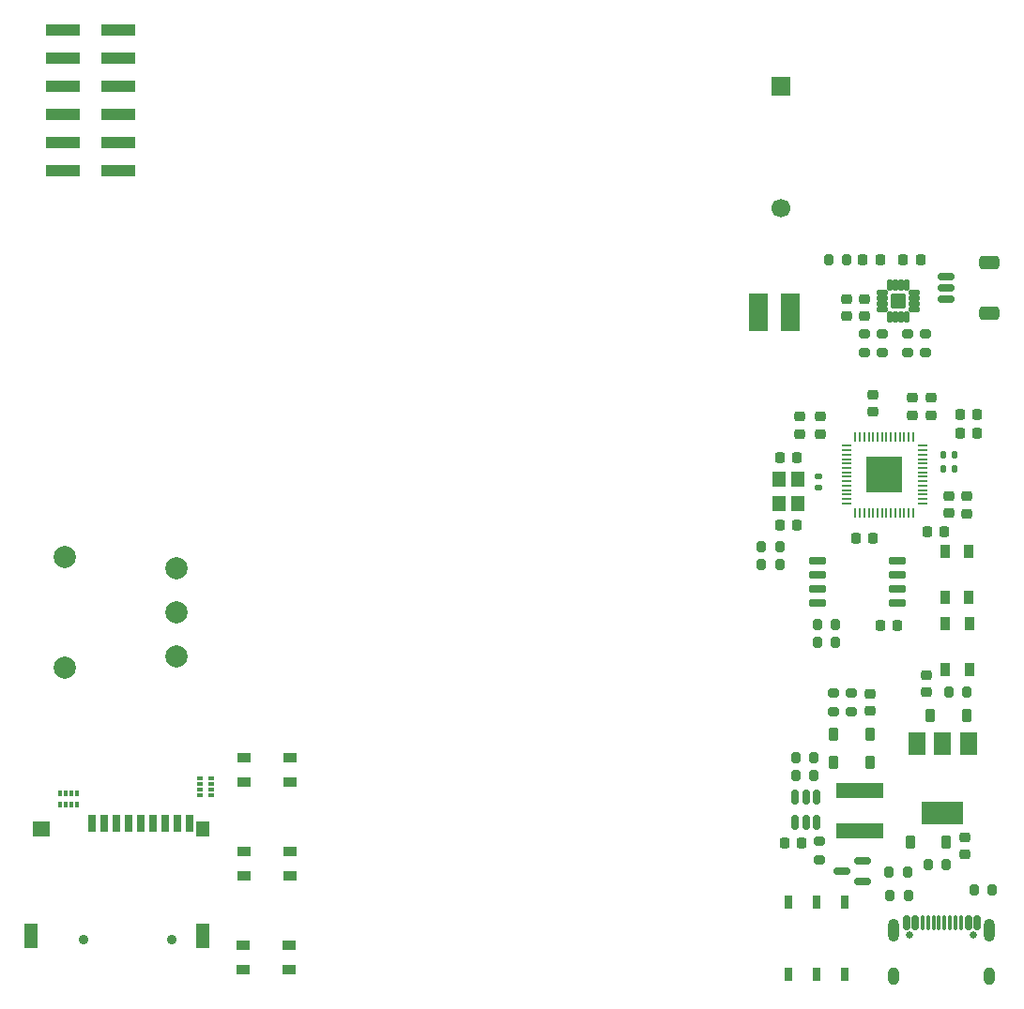
<source format=gbs>
%TF.GenerationSoftware,KiCad,Pcbnew,7.0.7*%
%TF.CreationDate,2023-11-03T00:36:19+00:00*%
%TF.ProjectId,mod-badge-mbr,6d6f642d-6261-4646-9765-2d6d62722e6b,rev?*%
%TF.SameCoordinates,Original*%
%TF.FileFunction,Soldermask,Bot*%
%TF.FilePolarity,Negative*%
%FSLAX46Y46*%
G04 Gerber Fmt 4.6, Leading zero omitted, Abs format (unit mm)*
G04 Created by KiCad (PCBNEW 7.0.7) date 2023-11-03 00:36:19*
%MOMM*%
%LPD*%
G01*
G04 APERTURE LIST*
G04 Aperture macros list*
%AMRoundRect*
0 Rectangle with rounded corners*
0 $1 Rounding radius*
0 $2 $3 $4 $5 $6 $7 $8 $9 X,Y pos of 4 corners*
0 Add a 4 corners polygon primitive as box body*
4,1,4,$2,$3,$4,$5,$6,$7,$8,$9,$2,$3,0*
0 Add four circle primitives for the rounded corners*
1,1,$1+$1,$2,$3*
1,1,$1+$1,$4,$5*
1,1,$1+$1,$6,$7*
1,1,$1+$1,$8,$9*
0 Add four rect primitives between the rounded corners*
20,1,$1+$1,$2,$3,$4,$5,0*
20,1,$1+$1,$4,$5,$6,$7,0*
20,1,$1+$1,$6,$7,$8,$9,0*
20,1,$1+$1,$8,$9,$2,$3,0*%
G04 Aperture macros list end*
%ADD10RoundRect,0.200000X-0.275000X0.200000X-0.275000X-0.200000X0.275000X-0.200000X0.275000X0.200000X0*%
%ADD11RoundRect,0.225000X0.225000X0.250000X-0.225000X0.250000X-0.225000X-0.250000X0.225000X-0.250000X0*%
%ADD12RoundRect,0.200000X0.275000X-0.200000X0.275000X0.200000X-0.275000X0.200000X-0.275000X-0.200000X0*%
%ADD13RoundRect,0.200000X0.200000X0.275000X-0.200000X0.275000X-0.200000X-0.275000X0.200000X-0.275000X0*%
%ADD14RoundRect,0.225000X0.225000X0.375000X-0.225000X0.375000X-0.225000X-0.375000X0.225000X-0.375000X0*%
%ADD15RoundRect,0.225000X-0.250000X0.225000X-0.250000X-0.225000X0.250000X-0.225000X0.250000X0.225000X0*%
%ADD16RoundRect,0.225000X0.250000X-0.225000X0.250000X0.225000X-0.250000X0.225000X-0.250000X-0.225000X0*%
%ADD17C,0.900000*%
%ADD18R,0.700000X1.600000*%
%ADD19R,1.200000X2.200000*%
%ADD20R,1.600000X1.400000*%
%ADD21R,1.200000X1.400000*%
%ADD22RoundRect,0.200000X-0.200000X-0.275000X0.200000X-0.275000X0.200000X0.275000X-0.200000X0.275000X0*%
%ADD23RoundRect,0.225000X-0.225000X-0.250000X0.225000X-0.250000X0.225000X0.250000X-0.225000X0.250000X0*%
%ADD24R,1.700000X1.700000*%
%ADD25C,1.700000*%
%ADD26C,2.000000*%
%ADD27RoundRect,0.225000X-0.225000X-0.375000X0.225000X-0.375000X0.225000X0.375000X-0.225000X0.375000X0*%
%ADD28RoundRect,0.150000X0.587500X0.150000X-0.587500X0.150000X-0.587500X-0.150000X0.587500X-0.150000X0*%
%ADD29RoundRect,0.150000X-0.625000X0.150000X-0.625000X-0.150000X0.625000X-0.150000X0.625000X0.150000X0*%
%ADD30RoundRect,0.250000X-0.650000X0.350000X-0.650000X-0.350000X0.650000X-0.350000X0.650000X0.350000X0*%
%ADD31R,0.400000X0.500000*%
%ADD32R,0.300000X0.500000*%
%ADD33RoundRect,0.102000X-0.525000X-0.325000X0.525000X-0.325000X0.525000X0.325000X-0.525000X0.325000X0*%
%ADD34RoundRect,0.135000X0.135000X0.185000X-0.135000X0.185000X-0.135000X-0.185000X0.135000X-0.185000X0*%
%ADD35R,0.500000X0.400000*%
%ADD36R,0.500000X0.300000*%
%ADD37RoundRect,0.135000X-0.185000X0.135000X-0.185000X-0.135000X0.185000X-0.135000X0.185000X0.135000X0*%
%ADD38R,0.700000X1.200000*%
%ADD39RoundRect,0.102000X0.325000X-0.525000X0.325000X0.525000X-0.325000X0.525000X-0.325000X-0.525000X0*%
%ADD40RoundRect,0.050000X0.050000X-0.387500X0.050000X0.387500X-0.050000X0.387500X-0.050000X-0.387500X0*%
%ADD41RoundRect,0.050000X0.387500X-0.050000X0.387500X0.050000X-0.387500X0.050000X-0.387500X-0.050000X0*%
%ADD42R,3.200000X3.200000*%
%ADD43R,1.800000X3.400000*%
%ADD44R,1.500000X2.000000*%
%ADD45R,3.800000X2.000000*%
%ADD46R,3.150000X1.000000*%
%ADD47RoundRect,0.110100X0.126900X-0.411900X0.126900X0.411900X-0.126900X0.411900X-0.126900X-0.411900X0*%
%ADD48RoundRect,0.110100X-0.411900X-0.126900X0.411900X-0.126900X0.411900X0.126900X-0.411900X0.126900X0*%
%ADD49RoundRect,0.102000X0.550000X-0.550000X0.550000X0.550000X-0.550000X0.550000X-0.550000X-0.550000X0*%
%ADD50C,0.650000*%
%ADD51RoundRect,0.150000X0.150000X0.500000X-0.150000X0.500000X-0.150000X-0.500000X0.150000X-0.500000X0*%
%ADD52RoundRect,0.075000X0.075000X0.575000X-0.075000X0.575000X-0.075000X-0.575000X0.075000X-0.575000X0*%
%ADD53O,1.000000X2.100000*%
%ADD54O,1.000000X1.600000*%
%ADD55RoundRect,0.150000X-0.650000X-0.150000X0.650000X-0.150000X0.650000X0.150000X-0.650000X0.150000X0*%
%ADD56R,4.200000X1.400000*%
%ADD57RoundRect,0.150000X-0.150000X0.512500X-0.150000X-0.512500X0.150000X-0.512500X0.150000X0.512500X0*%
G04 APERTURE END LIST*
D10*
%TO.C,R18*%
X76368000Y-65207400D03*
X76368000Y-66857400D03*
%TD*%
D11*
%TO.C,C14*%
X80496000Y-59110200D03*
X78946000Y-59110200D03*
%TD*%
D12*
%TO.C,R24*%
X74782200Y-66873800D03*
X74782200Y-65223800D03*
%TD*%
D13*
%TO.C,R20*%
X84953038Y-80658800D03*
X83303038Y-80658800D03*
%TD*%
D14*
%TO.C,D15*%
X86772400Y-67215000D03*
X83472400Y-67215000D03*
%TD*%
D15*
%TO.C,C17*%
X83104400Y-63591400D03*
X83104400Y-65141400D03*
%TD*%
D12*
%TO.C,R21*%
X77537000Y-34438000D03*
X77537000Y-32788000D03*
%TD*%
D16*
%TO.C,C6*%
X81882600Y-40098400D03*
X81882600Y-38548400D03*
%TD*%
D13*
%TO.C,R13*%
X69924600Y-53632800D03*
X68274600Y-53632800D03*
%TD*%
D17*
%TO.C,J2*%
X7068400Y-87498890D03*
X15068400Y-87498890D03*
D18*
X7868400Y-76998890D03*
X8968400Y-76998890D03*
X10068400Y-76998890D03*
X11168400Y-76998890D03*
X12268400Y-76998890D03*
X13368400Y-76998890D03*
X14468400Y-76998890D03*
X15568400Y-76998890D03*
X16668400Y-76998890D03*
D19*
X2368400Y-87098890D03*
D20*
X3268400Y-77498890D03*
D19*
X17868400Y-87098890D03*
D21*
X17868400Y-77498890D03*
%TD*%
D15*
%TO.C,C8*%
X86735600Y-47443800D03*
X86735600Y-48993800D03*
%TD*%
D13*
%TO.C,R14*%
X69924600Y-52002600D03*
X68274600Y-52002600D03*
%TD*%
D11*
%TO.C,C15*%
X71490600Y-50058000D03*
X69940600Y-50058000D03*
%TD*%
D22*
%TO.C,R1*%
X71343400Y-72676400D03*
X72993400Y-72676400D03*
%TD*%
D11*
%TO.C,C9*%
X78337000Y-51223800D03*
X76787000Y-51223800D03*
%TD*%
D22*
%TO.C,R33*%
X85131800Y-65114000D03*
X86781800Y-65114000D03*
%TD*%
D16*
%TO.C,C7*%
X83561600Y-40098400D03*
X83561600Y-38548400D03*
%TD*%
D23*
%TO.C,C13*%
X86178800Y-40048800D03*
X87728800Y-40048800D03*
%TD*%
D12*
%TO.C,R22*%
X83053400Y-34463400D03*
X83053400Y-32813400D03*
%TD*%
D24*
%TO.C,BT1*%
X69993000Y-10443200D03*
D25*
X69993000Y-21443200D03*
%TD*%
D23*
%TO.C,C5*%
X86165000Y-41722600D03*
X87715000Y-41722600D03*
%TD*%
D13*
%TO.C,R2*%
X72993400Y-71080800D03*
X71343400Y-71080800D03*
%TD*%
D26*
%TO.C,RV1*%
X5452000Y-52910200D03*
X5452000Y-62910200D03*
X15452000Y-53910200D03*
X15452000Y-57910200D03*
X15452000Y-61910200D03*
%TD*%
D12*
%TO.C,R3*%
X73498400Y-80269200D03*
X73498400Y-78619200D03*
%TD*%
D27*
%TO.C,D2*%
X81655000Y-78682600D03*
X84955000Y-78682600D03*
%TD*%
D28*
%TO.C,Q2*%
X77359900Y-80337000D03*
X77359900Y-82237000D03*
X75484900Y-81287000D03*
%TD*%
D14*
%TO.C,D1*%
X78091400Y-71496400D03*
X74791400Y-71496400D03*
%TD*%
D29*
%TO.C,J3*%
X84950800Y-27617800D03*
X84950800Y-28617800D03*
X84950800Y-29617800D03*
D30*
X88825800Y-30917800D03*
X88825800Y-26317800D03*
%TD*%
D31*
%TO.C,RN1*%
X4970000Y-74268600D03*
D32*
X5470000Y-74268600D03*
X5970000Y-74268600D03*
D31*
X6470000Y-74268600D03*
X6470000Y-75268600D03*
D32*
X5970000Y-75268600D03*
X5470000Y-75268600D03*
D31*
X4970000Y-75268600D03*
%TD*%
D22*
%TO.C,R7*%
X87424800Y-82963400D03*
X89074800Y-82963400D03*
%TD*%
D33*
%TO.C,SW4*%
X21490200Y-90137503D03*
X25640200Y-90137503D03*
X21490200Y-87987503D03*
X25640200Y-87987503D03*
%TD*%
D12*
%TO.C,R19*%
X79128000Y-34438000D03*
X79128000Y-32788000D03*
%TD*%
D34*
%TO.C,R11*%
X85671600Y-44932600D03*
X84651600Y-44932600D03*
%TD*%
%TO.C,R12*%
X85671600Y-43698200D03*
X84651600Y-43698200D03*
%TD*%
D35*
%TO.C,RN2*%
X18625000Y-72925000D03*
D36*
X18625000Y-73425000D03*
X18625000Y-73925000D03*
D35*
X18625000Y-74425000D03*
X17625000Y-74425000D03*
D36*
X17625000Y-73925000D03*
X17625000Y-73425000D03*
D35*
X17625000Y-72925000D03*
%TD*%
D15*
%TO.C,C3*%
X85155600Y-47430000D03*
X85155600Y-48980000D03*
%TD*%
D37*
%TO.C,R10*%
X73410600Y-45652000D03*
X73410600Y-46672000D03*
%TD*%
D22*
%TO.C,R5*%
X79776200Y-81407000D03*
X81426200Y-81407000D03*
%TD*%
D13*
%TO.C,R6*%
X81513800Y-83485200D03*
X79863800Y-83485200D03*
%TD*%
D12*
%TO.C,R23*%
X81483200Y-34463400D03*
X81483200Y-32813400D03*
%TD*%
D13*
%TO.C,R53*%
X75939200Y-26074200D03*
X74289200Y-26074200D03*
%TD*%
D16*
%TO.C,C18*%
X77559400Y-31180800D03*
X77559400Y-29630800D03*
%TD*%
D38*
%TO.C,SW7*%
X70728600Y-90615600D03*
X73228600Y-90615600D03*
X75728600Y-90615600D03*
X70728600Y-84115600D03*
X73228600Y-84115600D03*
X75728600Y-84115600D03*
%TD*%
D33*
%TO.C,SW5*%
X21590200Y-73231703D03*
X25740200Y-73231703D03*
X21590200Y-71081703D03*
X25740200Y-71081703D03*
%TD*%
D39*
%TO.C,SW2*%
X87007800Y-63062303D03*
X87007800Y-58912303D03*
X84857800Y-63062303D03*
X84857800Y-58912303D03*
%TD*%
D33*
%TO.C,SW6*%
X21590200Y-81684603D03*
X25740200Y-81684603D03*
X21590200Y-79534603D03*
X25740200Y-79534603D03*
%TD*%
D11*
%TO.C,C22*%
X71898238Y-78707600D03*
X70348238Y-78707600D03*
%TD*%
D21*
%TO.C,Y1*%
X71536600Y-45906000D03*
X71536600Y-48106000D03*
X69836600Y-48106000D03*
X69836600Y-45906000D03*
%TD*%
D40*
%TO.C,U1*%
X81933400Y-48920400D03*
X81533400Y-48920400D03*
X81133400Y-48920400D03*
X80733400Y-48920400D03*
X80333400Y-48920400D03*
X79933400Y-48920400D03*
X79533400Y-48920400D03*
X79133400Y-48920400D03*
X78733400Y-48920400D03*
X78333400Y-48920400D03*
X77933400Y-48920400D03*
X77533400Y-48920400D03*
X77133400Y-48920400D03*
X76733400Y-48920400D03*
D41*
X75895900Y-48082900D03*
X75895900Y-47682900D03*
X75895900Y-47282900D03*
X75895900Y-46882900D03*
X75895900Y-46482900D03*
X75895900Y-46082900D03*
X75895900Y-45682900D03*
X75895900Y-45282900D03*
X75895900Y-44882900D03*
X75895900Y-44482900D03*
X75895900Y-44082900D03*
X75895900Y-43682900D03*
X75895900Y-43282900D03*
X75895900Y-42882900D03*
D40*
X76733400Y-42045400D03*
X77133400Y-42045400D03*
X77533400Y-42045400D03*
X77933400Y-42045400D03*
X78333400Y-42045400D03*
X78733400Y-42045400D03*
X79133400Y-42045400D03*
X79533400Y-42045400D03*
X79933400Y-42045400D03*
X80333400Y-42045400D03*
X80733400Y-42045400D03*
X81133400Y-42045400D03*
X81533400Y-42045400D03*
X81933400Y-42045400D03*
D41*
X82770900Y-42882900D03*
X82770900Y-43282900D03*
X82770900Y-43682900D03*
X82770900Y-44082900D03*
X82770900Y-44482900D03*
X82770900Y-44882900D03*
X82770900Y-45282900D03*
X82770900Y-45682900D03*
X82770900Y-46082900D03*
X82770900Y-46482900D03*
X82770900Y-46882900D03*
X82770900Y-47282900D03*
X82770900Y-47682900D03*
X82770900Y-48082900D03*
D42*
X79333400Y-45482900D03*
%TD*%
D16*
%TO.C,C4*%
X73546200Y-41800200D03*
X73546200Y-40250200D03*
%TD*%
D23*
%TO.C,C16*%
X69936600Y-43950000D03*
X71486600Y-43950000D03*
%TD*%
D11*
%TO.C,C21*%
X82590400Y-26064800D03*
X81040400Y-26064800D03*
%TD*%
D16*
%TO.C,C19*%
X75936400Y-31180800D03*
X75936400Y-29630800D03*
%TD*%
%TO.C,C12*%
X78324000Y-39805200D03*
X78324000Y-38255200D03*
%TD*%
D43*
%TO.C,J5*%
X68021400Y-30844200D03*
%TD*%
D13*
%TO.C,R9*%
X74957400Y-58988000D03*
X73307400Y-58988000D03*
%TD*%
%TO.C,R8*%
X74957400Y-60618200D03*
X73307400Y-60618200D03*
%TD*%
D23*
%TO.C,C10*%
X83207000Y-50632800D03*
X84757000Y-50632800D03*
%TD*%
D39*
%TO.C,SW3*%
X86973400Y-56606897D03*
X86973400Y-52456897D03*
X84823400Y-56606897D03*
X84823400Y-52456897D03*
%TD*%
D44*
%TO.C,U3*%
X82303800Y-69740600D03*
D45*
X84603800Y-76040600D03*
D44*
X84603800Y-69740600D03*
X86903800Y-69740600D03*
%TD*%
D46*
%TO.C,J7*%
X10250000Y-5325000D03*
X5200000Y-5325000D03*
X10250000Y-7865000D03*
X5200000Y-7865000D03*
X10250000Y-10405000D03*
X5200000Y-10405000D03*
X10250000Y-12945000D03*
X5200000Y-12945000D03*
X10250000Y-15485000D03*
X5200000Y-15485000D03*
X10250000Y-18025000D03*
X5200000Y-18025000D03*
%TD*%
D47*
%TO.C,U5*%
X81346200Y-31237200D03*
X80846200Y-31237200D03*
X80346200Y-31237200D03*
X79846200Y-31237200D03*
D48*
X79161200Y-30552200D03*
X79161200Y-30052200D03*
X79161200Y-29552200D03*
X79161200Y-29052200D03*
D47*
X79846200Y-28367200D03*
X80346200Y-28367200D03*
X80846200Y-28367200D03*
X81346200Y-28367200D03*
D48*
X82031200Y-29052200D03*
X82031200Y-29552200D03*
X82031200Y-30052200D03*
X82031200Y-30552200D03*
D49*
X80596200Y-29802200D03*
%TD*%
D50*
%TO.C,J1*%
X87410400Y-87084400D03*
X81630400Y-87084400D03*
D51*
X87720400Y-85944400D03*
X86920400Y-85944400D03*
D52*
X85770400Y-85944400D03*
X84770400Y-85944400D03*
X84270400Y-85944400D03*
X83270400Y-85944400D03*
D51*
X82120400Y-85944400D03*
X81320400Y-85944400D03*
X81320400Y-85944400D03*
X82120400Y-85944400D03*
D52*
X82770400Y-85944400D03*
X83770400Y-85944400D03*
X85270400Y-85944400D03*
X86270400Y-85944400D03*
D51*
X86920400Y-85944400D03*
X87720400Y-85944400D03*
D53*
X88840400Y-86584400D03*
D54*
X88840400Y-90764400D03*
D53*
X80200400Y-86584400D03*
D54*
X80200400Y-90764400D03*
%TD*%
D23*
%TO.C,C20*%
X77404200Y-26090200D03*
X78954200Y-26090200D03*
%TD*%
D27*
%TO.C,D3*%
X74740400Y-68920400D03*
X78040400Y-68920400D03*
%TD*%
D43*
%TO.C,J4*%
X70880000Y-30844200D03*
%TD*%
D15*
%TO.C,C2*%
X86598400Y-78248600D03*
X86598400Y-79798600D03*
%TD*%
D16*
%TO.C,C1*%
X78034200Y-66819200D03*
X78034200Y-65269200D03*
%TD*%
%TO.C,C11*%
X71717400Y-41811800D03*
X71717400Y-40261800D03*
%TD*%
D55*
%TO.C,U4*%
X73304000Y-57033000D03*
X73304000Y-55763000D03*
X73304000Y-54493000D03*
X73304000Y-53223000D03*
X80504000Y-53223000D03*
X80504000Y-54493000D03*
X80504000Y-55763000D03*
X80504000Y-57033000D03*
%TD*%
D56*
%TO.C,L1*%
X77087400Y-77675400D03*
X77087400Y-73975400D03*
%TD*%
D57*
%TO.C,U2*%
X71307400Y-74587900D03*
X72257400Y-74587900D03*
X73207400Y-74587900D03*
X73207400Y-76862900D03*
X72257400Y-76862900D03*
X71307400Y-76862900D03*
%TD*%
M02*

</source>
